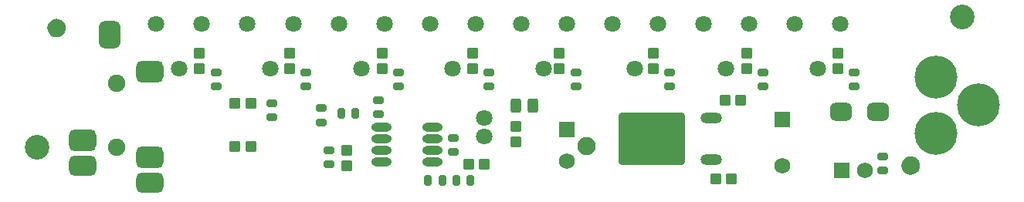
<source format=gts>
G04 Layer_Color=8388736*
%FSLAX24Y24*%
%MOIN*%
G70*
G01*
G75*
G04:AMPARAMS|DCode=42|XSize=36mil|YSize=43.8mil|CornerRadius=6.8mil|HoleSize=0mil|Usage=FLASHONLY|Rotation=270.000|XOffset=0mil|YOffset=0mil|HoleType=Round|Shape=RoundedRectangle|*
%AMROUNDEDRECTD42*
21,1,0.0360,0.0302,0,0,270.0*
21,1,0.0224,0.0438,0,0,270.0*
1,1,0.0136,-0.0151,-0.0112*
1,1,0.0136,-0.0151,0.0112*
1,1,0.0136,0.0151,0.0112*
1,1,0.0136,0.0151,-0.0112*
%
%ADD42ROUNDEDRECTD42*%
G04:AMPARAMS|DCode=43|XSize=49mil|YSize=44mil|CornerRadius=5.8mil|HoleSize=0mil|Usage=FLASHONLY|Rotation=90.000|XOffset=0mil|YOffset=0mil|HoleType=Round|Shape=RoundedRectangle|*
%AMROUNDEDRECTD43*
21,1,0.0490,0.0324,0,0,90.0*
21,1,0.0374,0.0440,0,0,90.0*
1,1,0.0116,0.0162,0.0187*
1,1,0.0116,0.0162,-0.0187*
1,1,0.0116,-0.0162,-0.0187*
1,1,0.0116,-0.0162,0.0187*
%
%ADD43ROUNDEDRECTD43*%
G04:AMPARAMS|DCode=44|XSize=36mil|YSize=43.8mil|CornerRadius=6.8mil|HoleSize=0mil|Usage=FLASHONLY|Rotation=0.000|XOffset=0mil|YOffset=0mil|HoleType=Round|Shape=RoundedRectangle|*
%AMROUNDEDRECTD44*
21,1,0.0360,0.0302,0,0,0.0*
21,1,0.0224,0.0438,0,0,0.0*
1,1,0.0136,0.0112,-0.0151*
1,1,0.0136,-0.0112,-0.0151*
1,1,0.0136,-0.0112,0.0151*
1,1,0.0136,0.0112,0.0151*
%
%ADD44ROUNDEDRECTD44*%
G04:AMPARAMS|DCode=45|XSize=49mil|YSize=44mil|CornerRadius=5.8mil|HoleSize=0mil|Usage=FLASHONLY|Rotation=180.000|XOffset=0mil|YOffset=0mil|HoleType=Round|Shape=RoundedRectangle|*
%AMROUNDEDRECTD45*
21,1,0.0490,0.0324,0,0,180.0*
21,1,0.0374,0.0440,0,0,180.0*
1,1,0.0116,-0.0187,0.0162*
1,1,0.0116,0.0187,0.0162*
1,1,0.0116,0.0187,-0.0162*
1,1,0.0116,-0.0187,-0.0162*
%
%ADD45ROUNDEDRECTD45*%
%ADD46O,0.0880X0.0375*%
G04:AMPARAMS|DCode=47|XSize=94.6mil|YSize=118.2mil|CornerRadius=25.7mil|HoleSize=0mil|Usage=FLASHONLY|Rotation=180.000|XOffset=0mil|YOffset=0mil|HoleType=Round|Shape=RoundedRectangle|*
%AMROUNDEDRECTD47*
21,1,0.0946,0.0669,0,0,180.0*
21,1,0.0433,0.1182,0,0,180.0*
1,1,0.0513,-0.0217,0.0335*
1,1,0.0513,0.0217,0.0335*
1,1,0.0513,0.0217,-0.0335*
1,1,0.0513,-0.0217,-0.0335*
%
%ADD47ROUNDEDRECTD47*%
G04:AMPARAMS|DCode=48|XSize=94.6mil|YSize=118.2mil|CornerRadius=25.7mil|HoleSize=0mil|Usage=FLASHONLY|Rotation=90.000|XOffset=0mil|YOffset=0mil|HoleType=Round|Shape=RoundedRectangle|*
%AMROUNDEDRECTD48*
21,1,0.0946,0.0669,0,0,90.0*
21,1,0.0433,0.1182,0,0,90.0*
1,1,0.0513,0.0335,0.0217*
1,1,0.0513,0.0335,-0.0217*
1,1,0.0513,-0.0335,-0.0217*
1,1,0.0513,-0.0335,0.0217*
%
%ADD48ROUNDEDRECTD48*%
G04:AMPARAMS|DCode=49|XSize=86.7mil|YSize=118.2mil|CornerRadius=23.7mil|HoleSize=0mil|Usage=FLASHONLY|Rotation=90.000|XOffset=0mil|YOffset=0mil|HoleType=Round|Shape=RoundedRectangle|*
%AMROUNDEDRECTD49*
21,1,0.0867,0.0709,0,0,90.0*
21,1,0.0394,0.1182,0,0,90.0*
1,1,0.0474,0.0354,0.0197*
1,1,0.0474,0.0354,-0.0197*
1,1,0.0474,-0.0354,-0.0197*
1,1,0.0474,-0.0354,0.0197*
%
%ADD49ROUNDEDRECTD49*%
G04:AMPARAMS|DCode=50|XSize=63.1mil|YSize=49.3mil|CornerRadius=14.3mil|HoleSize=0mil|Usage=FLASHONLY|Rotation=270.000|XOffset=0mil|YOffset=0mil|HoleType=Round|Shape=RoundedRectangle|*
%AMROUNDEDRECTD50*
21,1,0.0631,0.0207,0,0,270.0*
21,1,0.0344,0.0493,0,0,270.0*
1,1,0.0287,-0.0103,-0.0172*
1,1,0.0287,-0.0103,0.0172*
1,1,0.0287,0.0103,0.0172*
1,1,0.0287,0.0103,-0.0172*
%
%ADD50ROUNDEDRECTD50*%
%ADD51O,0.0926X0.0474*%
G04:AMPARAMS|DCode=52|XSize=287.5mil|YSize=226.5mil|CornerRadius=14.9mil|HoleSize=0mil|Usage=FLASHONLY|Rotation=180.000|XOffset=0mil|YOffset=0mil|HoleType=Round|Shape=RoundedRectangle|*
%AMROUNDEDRECTD52*
21,1,0.2875,0.1967,0,0,180.0*
21,1,0.2577,0.2265,0,0,180.0*
1,1,0.0299,-0.1288,0.0983*
1,1,0.0299,0.1288,0.0983*
1,1,0.0299,0.1288,-0.0983*
1,1,0.0299,-0.1288,-0.0983*
%
%ADD52ROUNDEDRECTD52*%
G04:AMPARAMS|DCode=53|XSize=94.6mil|YSize=76.9mil|CornerRadius=21.2mil|HoleSize=0mil|Usage=FLASHONLY|Rotation=180.000|XOffset=0mil|YOffset=0mil|HoleType=Round|Shape=RoundedRectangle|*
%AMROUNDEDRECTD53*
21,1,0.0946,0.0344,0,0,180.0*
21,1,0.0522,0.0769,0,0,180.0*
1,1,0.0424,-0.0261,0.0172*
1,1,0.0424,0.0261,0.0172*
1,1,0.0424,0.0261,-0.0172*
1,1,0.0424,-0.0261,-0.0172*
%
%ADD53ROUNDEDRECTD53*%
%ADD54C,0.0710*%
%ADD55C,0.0749*%
%ADD56R,0.0680X0.0680*%
%ADD57C,0.0680*%
%ADD58R,0.0680X0.0680*%
%ADD59C,0.1852*%
%ADD60C,0.1064*%
G36*
X48203Y31624D02*
X48299Y31584D01*
X48381Y31521D01*
X48444Y31439D01*
X48484Y31343D01*
X48497Y31240D01*
X48484Y31137D01*
X48444Y31042D01*
X48381Y30959D01*
X48299Y30896D01*
X48203Y30857D01*
X48100Y30843D01*
X47998Y30857D01*
X47902Y30896D01*
X47820Y30959D01*
X47757Y31042D01*
X47717Y31137D01*
X47703Y31240D01*
X47717Y31343D01*
X47757Y31439D01*
X47820Y31521D01*
X47902Y31584D01*
X47998Y31624D01*
X48100Y31637D01*
X48203Y31624D01*
D02*
G37*
G36*
X34207Y32460D02*
X34303Y32421D01*
X34385Y32358D01*
X34448Y32275D01*
X34488Y32180D01*
X34501Y32077D01*
X34488Y31974D01*
X34448Y31878D01*
X34385Y31796D01*
X34303Y31733D01*
X34207Y31693D01*
X34104Y31680D01*
X34002Y31693D01*
X33906Y31733D01*
X33824Y31796D01*
X33760Y31878D01*
X33721Y31974D01*
X33707Y32077D01*
X33721Y32180D01*
X33760Y32275D01*
X33824Y32358D01*
X33906Y32421D01*
X34002Y32460D01*
X34104Y32474D01*
X34207Y32460D01*
D02*
G37*
G36*
X11333Y37569D02*
X11429Y37529D01*
X11511Y37466D01*
X11574Y37384D01*
X11614Y37288D01*
X11627Y37185D01*
X11614Y37082D01*
X11574Y36986D01*
X11511Y36904D01*
X11429Y36841D01*
X11333Y36801D01*
X11230Y36788D01*
X11128Y36801D01*
X11032Y36841D01*
X10950Y36904D01*
X10886Y36986D01*
X10847Y37082D01*
X10833Y37185D01*
X10847Y37288D01*
X10886Y37384D01*
X10950Y37466D01*
X11032Y37529D01*
X11128Y37569D01*
X11230Y37582D01*
X11333Y37569D01*
D02*
G37*
D42*
X25108Y34075D02*
D03*
Y33465D02*
D03*
X22982Y31890D02*
D03*
Y31280D02*
D03*
X45650Y35275D02*
D03*
Y34665D02*
D03*
X28346Y31831D02*
D03*
Y32441D02*
D03*
X22667Y33720D02*
D03*
Y33110D02*
D03*
X20531Y33937D02*
D03*
Y33327D02*
D03*
X41732Y35275D02*
D03*
Y34665D02*
D03*
X37687Y35275D02*
D03*
Y34665D02*
D03*
X33671Y35275D02*
D03*
Y34665D02*
D03*
X29882Y35275D02*
D03*
Y34665D02*
D03*
X25984Y35275D02*
D03*
Y34665D02*
D03*
X21988Y35275D02*
D03*
Y34665D02*
D03*
X18130Y35275D02*
D03*
Y34665D02*
D03*
X46900Y31624D02*
D03*
Y31014D02*
D03*
D43*
X23770Y31890D02*
D03*
Y31220D02*
D03*
X44941Y36103D02*
D03*
Y35433D02*
D03*
X41024Y36103D02*
D03*
Y35433D02*
D03*
X36978Y36103D02*
D03*
Y35433D02*
D03*
X32933Y36103D02*
D03*
Y35433D02*
D03*
X29173Y36103D02*
D03*
Y35433D02*
D03*
X25295Y36103D02*
D03*
Y35433D02*
D03*
X21280Y36103D02*
D03*
Y35433D02*
D03*
X17402Y36103D02*
D03*
Y35433D02*
D03*
X31043Y32933D02*
D03*
Y32263D02*
D03*
D44*
X23524Y33504D02*
D03*
X24134D02*
D03*
X27874Y30600D02*
D03*
X27264D02*
D03*
X28494D02*
D03*
X29104D02*
D03*
D45*
X18937Y32067D02*
D03*
X19607D02*
D03*
X18937Y33937D02*
D03*
X19607D02*
D03*
X29035Y31289D02*
D03*
X29705D02*
D03*
X40098Y34065D02*
D03*
X40768D02*
D03*
X40365Y30669D02*
D03*
X39695D02*
D03*
D46*
X25256Y32904D02*
D03*
Y32404D02*
D03*
X27456D02*
D03*
Y32904D02*
D03*
X25256Y31404D02*
D03*
X27456D02*
D03*
X25256Y31904D02*
D03*
X27456D02*
D03*
D47*
X13514Y36909D02*
D03*
D48*
X15266Y35295D02*
D03*
X12352Y32343D02*
D03*
X15266Y31594D02*
D03*
D49*
X12352Y31240D02*
D03*
X15266Y30492D02*
D03*
D50*
X31791Y33819D02*
D03*
X31043D02*
D03*
D51*
X39478Y33280D02*
D03*
Y31484D02*
D03*
D52*
X36919Y32382D02*
D03*
D53*
X46693Y33573D02*
D03*
X45079D02*
D03*
D54*
X24390Y35433D02*
D03*
X40138D02*
D03*
X36201D02*
D03*
X32264D02*
D03*
X44075D02*
D03*
X41122Y37362D02*
D03*
X16516Y35433D02*
D03*
X20453D02*
D03*
X28327D02*
D03*
X39154Y37362D02*
D03*
X37185D02*
D03*
X43091D02*
D03*
X45059D02*
D03*
X35217D02*
D03*
X33248D02*
D03*
X31280D02*
D03*
X29311D02*
D03*
X27352D02*
D03*
X23406D02*
D03*
X21447D02*
D03*
X25374D02*
D03*
X15532D02*
D03*
X17500D02*
D03*
X19468Y37352D02*
D03*
X29675Y32510D02*
D03*
Y33297D02*
D03*
D55*
X13809Y32028D02*
D03*
Y34783D02*
D03*
D56*
X33248Y32795D02*
D03*
X42549Y33228D02*
D03*
D57*
X33248Y31417D02*
D03*
X42549Y31228D02*
D03*
X46128Y31024D02*
D03*
D58*
X45128D02*
D03*
D59*
X49173Y32628D02*
D03*
Y35069D02*
D03*
X51024Y33848D02*
D03*
D60*
X50335Y37667D02*
D03*
X10374Y32028D02*
D03*
M02*

</source>
